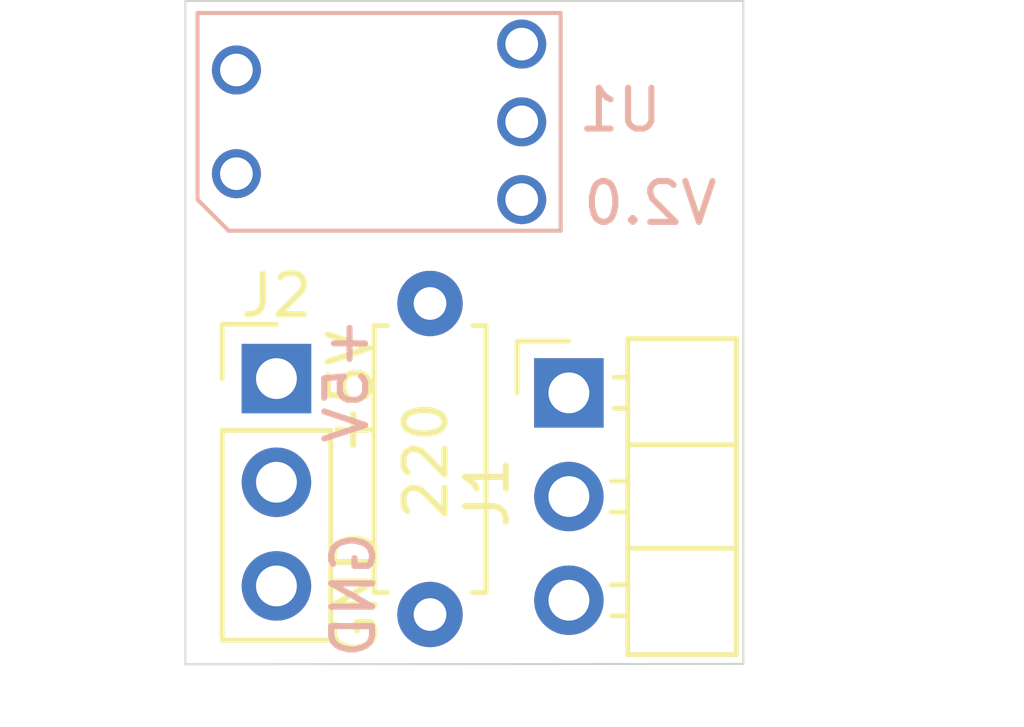
<source format=kicad_pcb>
(kicad_pcb (version 20221018) (generator pcbnew)
  (layers (0 "F.Cu" signal) (31 "B.Cu" signal) (34 "B.Paste" user) (35 "F.Paste" user) (36 "B.SilkS" user "B.Silkscreen") (37 "F.SilkS" user "F.Silkscreen") (38 "B.Mask" user) (39 "F.Mask" user) (44 "Edge.Cuts" user))
  (net 0 "")
  (net 1 "GND")
  (net 2 "Net-(J1-Pin_2)")
  (net 3 "+5V")
  (net 4 "Net-(U1-A)")
  (footprint "Connector_PinHeader_2.54mm:PinHeader_1x03_P2.54mm_Horizontal" (layer "F.Cu") (at 144.43 100.7)
    (fp_text reference "J1" (at -2 2.44 90) (layer "F.SilkS"))
    (fp_text value "Conn_01x03_Male")
    (fp_line (start -1.27 -1.27) (end 0 -1.27) (stroke (width 0.12)) (layer "F.SilkS"))
    (fp_line (start -1.27 0) (end -1.27 -1.27) (stroke (width 0.12)) (layer "F.SilkS"))
    (fp_line (start 1.042929 2.16) (end 1.44 2.16) (stroke (width 0.12)) (layer "F.SilkS"))
    (fp_line (start 1.042929 2.92) (end 1.44 2.92) (stroke (width 0.12)) (layer "F.SilkS"))
    (fp_line (start 1.042929 4.7) (end 1.44 4.7) (stroke (width 0.12)) (layer "F.SilkS"))
    (fp_line (start 1.042929 5.46) (end 1.44 5.46) (stroke (width 0.12)) (layer "F.SilkS"))
    (fp_line (start 1.11 -0.38) (end 1.44 -0.38) (stroke (width 0.12)) (layer "F.SilkS"))
    (fp_line (start 1.11 0.38) (end 1.44 0.38) (stroke (width 0.12)) (layer "F.SilkS"))
    (fp_line (start 1.44 -1.33) (end 1.44 6.41) (stroke (width 0.12)) (layer "F.SilkS"))
    (fp_line (start 1.44 1.27) (end 4.1 1.27) (stroke (width 0.12)) (layer "F.SilkS"))
    (fp_line (start 1.44 3.81) (end 4.1 3.81) (stroke (width 0.12)) (layer "F.SilkS"))
    (fp_line (start 1.44 6.41) (end 4.1 6.41) (stroke (width 0.12)) (layer "F.SilkS"))
    (fp_line (start 4.1 -1.33) (end 1.44 -1.33) (stroke (width 0.12)) (layer "F.SilkS"))
    (fp_line (start 4.1 6.41) (end 4.1 -1.33) (stroke (width 0.12)) (layer "F.SilkS"))
    (pad "1" thru_hole rect (at 0 0) (size 1.7 1.7) (drill 1) (layers "*.Cu" "*.Mask") (net 3 "+5V"))
    (pad "2" thru_hole oval (at 0 2.54) (size 1.7 1.7) (drill 1) (layers "*.Cu" "*.Mask") (net 2 "Net-(J1-Pin_2)"))
    (pad "3" thru_hole oval (at 0 5.08) (size 1.7 1.7) (drill 1) (layers "*.Cu" "*.Mask") (net 1 "GND"))
  )
  (footprint "Resistor_THT:R_Axial_DIN0207_L6.3mm_D2.5mm_P7.62mm_Horizontal" (layer "F.Cu") (at 141.03 106.13 90)
    (fp_text reference "R1" hide)
    (fp_text value "220" (at 3.77 -0.1 90) (layer "F.SilkS"))
    (fp_line (start 0.54 -1.37) (end 7.08 -1.37) (stroke (width 0.12)) (layer "F.SilkS"))
    (fp_line (start 0.54 -1.04) (end 0.54 -1.37) (stroke (width 0.12)) (layer "F.SilkS"))
    (fp_line (start 0.54 1.04) (end 0.54 1.37) (stroke (width 0.12)) (layer "F.SilkS"))
    (fp_line (start 0.54 1.37) (end 7.08 1.37) (stroke (width 0.12)) (layer "F.SilkS"))
    (fp_line (start 7.08 -1.37) (end 7.08 -1.04) (stroke (width 0.12)) (layer "F.SilkS"))
    (fp_line (start 7.08 1.37) (end 7.08 1.04) (stroke (width 0.12)) (layer "F.SilkS"))
    (pad "1" thru_hole circle (at 0 0 90) (size 1.6 1.6) (drill 0.8) (layers "*.Cu" "*.Mask") (net 4 "Net-(U1-A)"))
    (pad "2" thru_hole oval (at 7.62 0 90) (size 1.6 1.6) (drill 0.8) (layers "*.Cu" "*.Mask") (net 3 "+5V"))
  )
  (footprint "Connector_PinHeader_2.54mm:PinHeader_1x03_P2.54mm_Vertical" (layer "F.Cu") (at 137.27 100.35)
    (fp_text reference "J2" (at 0 -2.032) (layer "F.SilkS"))
    (fp_text value "Conn_01x03_Male")
    (fp_line (start -1.33 -1.33) (end 0 -1.33) (stroke (width 0.12)) (layer "F.SilkS"))
    (fp_line (start -1.33 0) (end -1.33 -1.33) (stroke (width 0.12)) (layer "F.SilkS"))
    (fp_line (start -1.33 1.27) (end -1.33 6.41) (stroke (width 0.12)) (layer "F.SilkS"))
    (fp_line (start -1.33 1.27) (end 1.33 1.27) (stroke (width 0.12)) (layer "F.SilkS"))
    (fp_line (start -1.33 6.41) (end 1.33 6.41) (stroke (width 0.12)) (layer "F.SilkS"))
    (fp_line (start 1.33 1.27) (end 1.33 6.41) (stroke (width 0.12)) (layer "F.SilkS"))
    (pad "1" thru_hole rect (at 0 0) (size 1.7 1.7) (drill 1) (layers "*.Cu" "*.Mask") (net 3 "+5V"))
    (pad "2" thru_hole oval (at 0 2.54) (size 1.7 1.7) (drill 1) (layers "*.Cu" "*.Mask") (net 2 "Net-(J1-Pin_2)"))
    (pad "3" thru_hole oval (at 0 5.08) (size 1.7 1.7) (drill 1) (layers "*.Cu" "*.Mask") (net 1 "GND"))
  )
  (footprint "KiCAD Libraries:OPB61x" (layer "B.Cu") (at 136.28982 95.3298)
    (fp_text reference "U1" (at 9.3982 -1.56) (layer "B.SilkS") (effects (justify mirror)))
    (fp_text value "OPB615")
    (fp_line (start -0.95232 0.6352) (end -0.95232 -3.9368) (stroke (width 0.1)) (layer "B.SilkS"))
    (fp_line (start -0.95232 0.6352) (end -0.19032 1.3972) (stroke (width 0.1)) (layer "B.SilkS"))
    (fp_line (start -0.19032 1.3972) (end 7.93768 1.3972) (stroke (width 0.1)) (layer "B.SilkS"))
    (fp_line (start 7.93768 -3.9368) (end -0.95232 -3.9368) (stroke (width 0.1)) (layer "B.SilkS"))
    (fp_line (start 7.93768 1.3972) (end 7.93768 -3.9368) (stroke (width 0.1)) (layer "B.SilkS"))
    (pad "1" thru_hole circle (at 0.00018 0.0002) (size 1.2 1.2) (drill 0.8) (layers "*.Cu" "*.Mask") (net 4 "Net-(U1-A)"))
    (pad "2" thru_hole circle (at 0.00018 -2.5398) (size 1.2 1.2) (drill 0.8) (layers "*.Cu" "*.Mask") (net 1 "GND"))
    (pad "3" thru_hole circle (at 6.98518 -3.1748) (size 1.2 1.2) (drill 0.8) (layers "*.Cu" "*.Mask") (net 3 "+5V"))
    (pad "4" thru_hole circle (at 6.98518 -1.2698) (size 1.2 1.2) (drill 0.8) (layers "*.Cu" "*.Mask") (net 2 "Net-(J1-Pin_2)"))
    (pad "5" thru_hole circle (at 6.98518 0.6352) (size 1.2 1.2) (drill 0.8) (layers "*.Cu" "*.Mask") (net 1 "GND"))
  )
  (gr_line (start 148.7 107.34) (end 148.7 91.1) (stroke (width 0.05)) (layer "Edge.Cuts"))
  (gr_line (start 148.7 91.1) (end 135.04 91.1) (stroke (width 0.05)) (layer "Edge.Cuts"))
  (gr_line (start 135.04 107.35) (end 148.7 107.34) (stroke (width 0.05)) (layer "Edge.Cuts"))
  (gr_line (start 135.04 107.35) (end 135.04 91.1) (stroke (width 0.05)) (layer "Edge.Cuts"))
  (gr_text "GND" (at 139.74 104.03 90) (layer "B.SilkS") (effects (font (size 1 1)) (justify left bottom mirror)))
  (gr_text "V2.0" (at 148.14 96.64) (layer "B.SilkS") (effects (font (size 1 1)) (justify left bottom mirror)))
  (gr_text "+5V" (at 139.57 98.77 90) (layer "B.SilkS") (effects (font (size 1 1)) (justify left bottom mirror)))
  (gr_text "+5V" (at 139.66 102.32 90) (layer "F.SilkS") (effects (font (size 1 1)) (justify left bottom)))
  (gr_text "GND" (at 139.8 107.23 90) (layer "F.SilkS") (effects (font (size 1 1)) (justify left bottom)))
)
</source>
